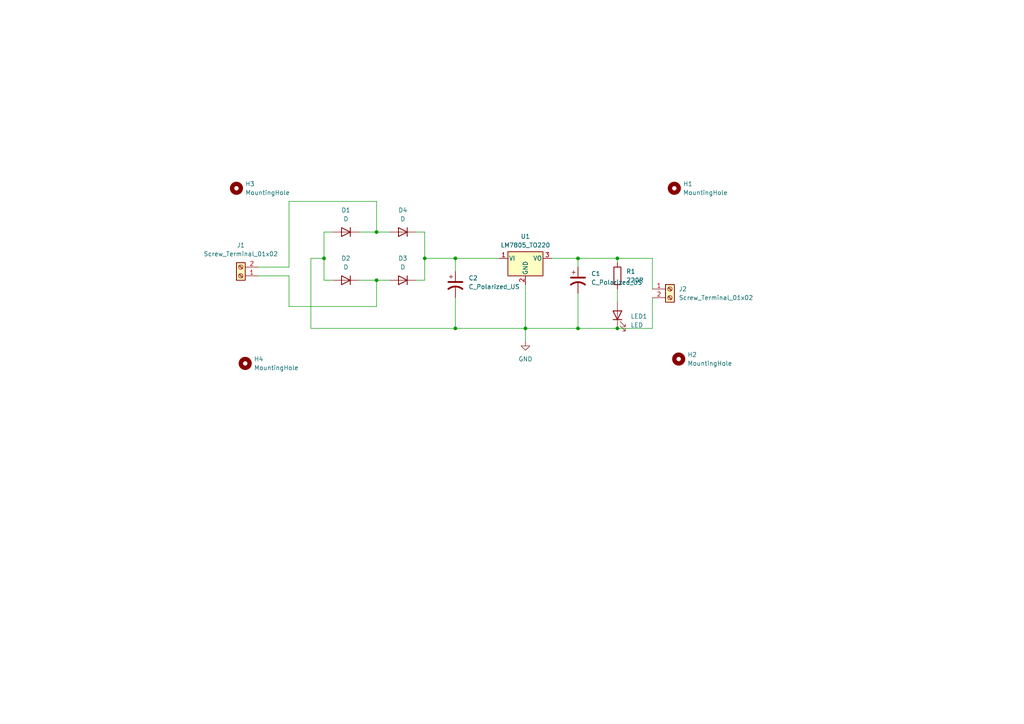
<source format=kicad_sch>
(kicad_sch (version 20231120) (generator "eeschema") (generator_version "8.0")
  (paper "A4")
  (title_block (title "Rectifier") (date "2024-12-20") (rev "V01") (comment 4 "Author: PUTSHU LUNGHE "))
  (lib_symbols
    (symbol "Connector:Screw_Terminal_01x02" (pin_names (offset 1.016) hide)
      (property "Reference" "J" (at 0 2.54 0))
      (property "Value" "Screw_Terminal_01x02" (at 0 -5.08 0))
      (symbol "Screw_Terminal_01x02_1_1"
        (rectangle (start -1.27 1.27) (end 1.27 -3.81) (stroke (width 0.254)) (fill (type background)))
        (circle (center 0 -2.54) (radius 0.635) (stroke (width 0.1524)))
        (polyline (pts (xy -0.5334 -2.2098) (xy 0.3302 -3.048)) (stroke (width 0.1524)))
        (polyline (pts (xy -0.5334 0.3302) (xy 0.3302 -0.508)) (stroke (width 0.1524)))
        (polyline (pts (xy -0.3556 -2.032) (xy 0.508 -2.8702)) (stroke (width 0.1524)))
        (polyline (pts (xy -0.3556 0.508) (xy 0.508 -0.3302)) (stroke (width 0.1524)))
        (circle (center 0 0) (radius 0.635) (stroke (width 0.1524)))
        (pin passive line (at -5.08 0 0) (length 3.81) (name "Pin_1") (number "1"))
        (pin passive line (at -5.08 -2.54 0) (length 3.81) (name "Pin_2") (number "2"))
      )
    )
    (symbol "Device:C_Polarized_US" (pin_numbers hide) (pin_names (offset 0.254) hide)
      (property "Reference" "C" (at 0.635 2.54 0))
      (property "Value" "C_Polarized_US" (at 0.635 -2.54 0))
      (symbol "C_Polarized_US_0_1"
        (polyline (pts (xy -2.032 0.762) (xy 2.032 0.762)) (stroke (width 0.508)))
        (polyline (pts (xy -1.778 2.286) (xy -0.762 2.286)))
        (polyline (pts (xy -1.27 1.778) (xy -1.27 2.794)))
        (arc (start 2.032 -1.27) (mid 0 -0.5572) (end -2.032 -1.27) (stroke (width 0.508)))
      )
      (symbol "C_Polarized_US_1_1"
        (pin passive line (at 0 3.81 270) (length 2.794) (name "~") (number "1"))
        (pin passive line (at 0 -3.81 90) (length 3.302) (name "~") (number "2"))
      )
    )
    (symbol "Device:D" (pin_numbers hide) (pin_names (offset 1.016) hide)
      (property "Reference" "D" (at 0 2.54 0))
      (property "Value" "D" (at 0 -2.54 0))
      (symbol "D_0_1"
        (polyline (pts (xy -1.27 1.27) (xy -1.27 -1.27)) (stroke (width 0.254)))
        (polyline (pts (xy 1.27 0) (xy -1.27 0)))
        (polyline (pts (xy 1.27 1.27) (xy 1.27 -1.27) (xy -1.27 0) (xy 1.27 1.27)) (stroke (width 0.254)))
      )
      (symbol "D_1_1"
        (pin passive line (at -3.81 0 0) (length 2.54) (name "K") (number "1"))
        (pin passive line (at 3.81 0 180) (length 2.54) (name "A") (number "2"))
      )
    )
    (symbol "Device:LED" (pin_numbers hide) (pin_names (offset 1.016) hide)
      (property "Reference" "D" (at 0 2.54 0))
      (property "Value" "LED" (at 0 -2.54 0))
      (symbol "LED_0_1"
        (polyline (pts (xy -1.27 -1.27) (xy -1.27 1.27)) (stroke (width 0.254)))
        (polyline (pts (xy -1.27 0) (xy 1.27 0)))
        (polyline (pts (xy 1.27 -1.27) (xy 1.27 1.27) (xy -1.27 0) (xy 1.27 -1.27)) (stroke (width 0.254)))
        (polyline (pts (xy -3.048 -0.762) (xy -4.572 -2.286) (xy -3.81 -2.286) (xy -4.572 -2.286) (xy -4.572 -1.524)))
        (polyline (pts (xy -1.778 -0.762) (xy -3.302 -2.286) (xy -2.54 -2.286) (xy -3.302 -2.286) (xy -3.302 -1.524)))
      )
      (symbol "LED_1_1"
        (pin passive line (at -3.81 0 0) (length 2.54) (name "K") (number "1"))
        (pin passive line (at 3.81 0 180) (length 2.54) (name "A") (number "2"))
      )
    )
    (symbol "Device:R" (pin_numbers hide) (pin_names (offset 0))
      (property "Reference" "R" (at 2.032 0 90))
      (property "Value" "R" (at 0 0 90))
      (symbol "R_0_1"
        (rectangle (start -1.016 -2.54) (end 1.016 2.54) (stroke (width 0.254)))
      )
      (symbol "R_1_1"
        (pin passive line (at 0 3.81 270) (length 1.27) (name "~") (number "1"))
        (pin passive line (at 0 -3.81 90) (length 1.27) (name "~") (number "2"))
      )
    )
    (symbol "Mechanical:MountingHole" (pin_names (offset 1.016)) (exclude_from_sim yes) (in_bom no)
      (property "Reference" "H" (at 0 5.08 0))
      (property "Value" "MountingHole" (at 0 3.175 0))
      (symbol "MountingHole_0_1"
        (circle (center 0 0) (radius 1.27) (stroke (width 1.27)))
      )
    )
    (symbol "Regulator_Linear:LM7805_TO220" (pin_names (offset 0.254))
      (property "Reference" "U" (at -3.81 3.175 0))
      (property "Value" "LM7805_TO220" (at 0 3.175 0))
      (symbol "LM7805_TO220_0_1"
        (rectangle (start -5.08 1.905) (end 5.08 -5.08) (stroke (width 0.254)) (fill (type background)))
      )
      (symbol "LM7805_TO220_1_1"
        (pin power_in line (at -7.62 0 0) (length 2.54) (name "VI") (number "1"))
        (pin power_in line (at 0 -7.62 90) (length 2.54) (name "GND") (number "2"))
        (pin power_out line (at 7.62 0 180) (length 2.54) (name "VO") (number "3"))
      )
    )
    (symbol "power:GND" (power) (pin_numbers hide) (pin_names (offset 0) hide)
      (property "Value" "GND" (at 0 -3.81 0))
      (symbol "GND_0_1"
        (polyline (pts (xy 0 0) (xy 0 -1.27) (xy 1.27 -1.27) (xy 0 -2.54) (xy -1.27 -1.27) (xy 0 -1.27)))
      )
      (symbol "GND_1_1"
        (pin power_in line (at 0 0 270) (length 0) (name "~") (number "1"))
      )
    )
  )
  (junction (at 167.64 74.93))
  (junction (at 123.19 74.93))
  (junction (at 167.64 95.25))
  (junction (at 179.07 95.25))
  (junction (at 132.08 95.25))
  (junction (at 109.22 81.28))
  (junction (at 132.08 74.93))
  (junction (at 109.22 67.31))
  (junction (at 179.07 74.93))
  (junction (at 152.4 95.25))
  (junction (at 93.98 74.93))
  (wire (pts (xy 132.08 78.74) (xy 132.08 74.93)))
  (wire (pts (xy 90.17 74.93) (xy 93.98 74.93)))
  (wire (pts (xy 167.64 74.93) (xy 179.07 74.93)))
  (wire (pts (xy 167.64 74.93) (xy 167.64 77.47)))
  (wire (pts (xy 189.23 74.93) (xy 179.07 74.93)))
  (wire (pts (xy 179.07 76.2) (xy 179.07 74.93)))
  (wire (pts (xy 109.22 81.28) (xy 113.03 81.28)))
  (wire (pts (xy 152.4 82.55) (xy 152.4 95.25)))
  (wire (pts (xy 160.02 74.93) (xy 167.64 74.93)))
  (wire (pts (xy 83.82 88.9) (xy 109.22 88.9)))
  (wire (pts (xy 74.93 80.01) (xy 83.82 80.01)))
  (wire (pts (xy 179.07 95.25) (xy 167.64 95.25)))
  (wire (pts (xy 189.23 95.25) (xy 179.07 95.25)))
  (wire (pts (xy 90.17 95.25) (xy 90.17 74.93)))
  (wire (pts (xy 109.22 88.9) (xy 109.22 81.28)))
  (wire (pts (xy 123.19 81.28) (xy 123.19 74.93)))
  (wire (pts (xy 189.23 86.36) (xy 189.23 95.25)))
  (wire (pts (xy 132.08 74.93) (xy 144.78 74.93)))
  (wire (pts (xy 93.98 74.93) (xy 93.98 67.31)))
  (wire (pts (xy 109.22 58.42) (xy 109.22 67.31)))
  (wire (pts (xy 104.14 67.31) (xy 109.22 67.31)))
  (wire (pts (xy 132.08 95.25) (xy 132.08 86.36)))
  (wire (pts (xy 83.82 58.42) (xy 109.22 58.42)))
  (wire (pts (xy 120.65 81.28) (xy 123.19 81.28)))
  (wire (pts (xy 104.14 81.28) (xy 109.22 81.28)))
  (wire (pts (xy 83.82 80.01) (xy 83.82 88.9)))
  (wire (pts (xy 83.82 77.47) (xy 83.82 58.42)))
  (wire (pts (xy 74.93 77.47) (xy 83.82 77.47)))
  (wire (pts (xy 123.19 67.31) (xy 120.65 67.31)))
  (wire (pts (xy 123.19 74.93) (xy 123.19 67.31)))
  (wire (pts (xy 123.19 74.93) (xy 132.08 74.93)))
  (wire (pts (xy 132.08 95.25) (xy 152.4 95.25)))
  (wire (pts (xy 109.22 67.31) (xy 113.03 67.31)))
  (wire (pts (xy 96.52 81.28) (xy 93.98 81.28)))
  (wire (pts (xy 93.98 81.28) (xy 93.98 74.93)))
  (wire (pts (xy 179.07 83.82) (xy 179.07 87.63)))
  (wire (pts (xy 189.23 83.82) (xy 189.23 74.93)))
  (wire (pts (xy 167.64 85.09) (xy 167.64 95.25)))
  (wire (pts (xy 167.64 95.25) (xy 152.4 95.25)))
  (wire (pts (xy 90.17 95.25) (xy 132.08 95.25)))
  (wire (pts (xy 152.4 95.25) (xy 152.4 99.06)))
  (wire (pts (xy 93.98 67.31) (xy 96.52 67.31)))
  (symbol (lib_id "Mechanical:MountingHole") (at 195.58 54.61 0) (unit 1) (exclude_from_sim yes) (in_bom no)
    (property "Reference" "H1" (at 198.12 53.3399 0) (effects (justify left)))
    (property "Value" "MountingHole" (at 198.12 55.8799 0) (effects (justify left)))
    (property "Footprint" "MountingHole:MountingHole_2.5mm" (effects (hide yes)))
    (property "Description" "Mounting Hole without connection" (effects (hide yes)))
  )
  (symbol (lib_id "Device:D") (at 116.84 81.28 180) (unit 1)
    (property "Reference" "D3" (at 116.84 74.93 0))
    (property "Value" "D" (at 116.84 77.47 0))
    (property "Footprint" "Diode_THT:D_A-405_P7.62mm_Horizontal" (effects (hide yes)))
    (property "Description" "Diode" (effects (hide yes)))
    (property "Sim.Device" "D" (effects (hide yes)))
    (property "Sim.Pins" "1=K 2=A" (effects (hide yes)))
  )
  (symbol (lib_id "Device:D") (at 100.33 67.31 180) (unit 1)
    (property "Reference" "D1" (at 100.33 60.96 0))
    (property "Value" "D" (at 100.33 63.5 0))
    (property "Footprint" "Diode_THT:D_A-405_P7.62mm_Horizontal" (effects (hide yes)))
    (property "Description" "Diode" (effects (hide yes)))
    (property "Sim.Device" "D" (effects (hide yes)))
    (property "Sim.Pins" "1=K 2=A" (effects (hide yes)))
  )
  (symbol (lib_id "Device:D") (at 100.33 81.28 180) (unit 1)
    (property "Reference" "D2" (at 100.33 74.93 0))
    (property "Value" "D" (at 100.33 77.47 0))
    (property "Footprint" "Diode_THT:D_A-405_P7.62mm_Horizontal" (effects (hide yes)))
    (property "Description" "Diode" (effects (hide yes)))
    (property "Sim.Device" "D" (effects (hide yes)))
    (property "Sim.Pins" "1=K 2=A" (effects (hide yes)))
  )
  (symbol (lib_id "Mechanical:MountingHole") (at 71.12 105.41 0) (unit 1) (exclude_from_sim yes) (in_bom no)
    (property "Reference" "H4" (at 73.66 104.1399 0) (effects (justify left)))
    (property "Value" "MountingHole" (at 73.66 106.6799 0) (effects (justify left)))
    (property "Footprint" "MountingHole:MountingHole_2.5mm" (effects (hide yes)))
    (property "Description" "Mounting Hole without connection" (effects (hide yes)))
  )
  (symbol (lib_id "Mechanical:MountingHole") (at 68.58 54.61 0) (unit 1) (exclude_from_sim yes) (in_bom no)
    (property "Reference" "H3" (at 71.12 53.3399 0) (effects (justify left)))
    (property "Value" "MountingHole" (at 71.12 55.8799 0) (effects (justify left)))
    (property "Footprint" "MountingHole:MountingHole_2.5mm" (effects (hide yes)))
    (property "Description" "Mounting Hole without connection" (effects (hide yes)))
  )
  (symbol (lib_id "Device:C_Polarized_US") (at 132.08 82.55 0) (unit 1)
    (property "Reference" "C2" (at 135.89 80.6449 0) (effects (justify left)))
    (property "Value" "C_Polarized_US" (at 135.89 83.1849 0) (effects (justify left)))
    (property "Footprint" "Capacitor_THT:CP_Radial_D5.0mm_P2.00mm" (effects (hide yes)))
    (property "Description" "Polarized capacitor, US symbol" (effects (hide yes)))
  )
  (symbol (lib_id "power:GND") (at 152.4 99.06 0) (unit 1)
    (property "Reference" "#PWR01" (effects (hide yes)))
    (property "Value" "GND" (at 152.4 104.14 0))
    (property "Description" "Power symbol creates a global label with name \"GND\" , ground" (effects (hide yes)))
  )
  (symbol (lib_id "Device:D") (at 116.84 67.31 180) (unit 1)
    (property "Reference" "D4" (at 116.84 60.96 0))
    (property "Value" "D" (at 116.84 63.5 0))
    (property "Footprint" "Diode_THT:D_A-405_P7.62mm_Horizontal" (effects (hide yes)))
    (property "Description" "Diode" (effects (hide yes)))
    (property "Sim.Device" "D" (effects (hide yes)))
    (property "Sim.Pins" "1=K 2=A" (effects (hide yes)))
  )
  (symbol (lib_id "Device:C_Polarized_US") (at 167.64 81.28 0) (unit 1)
    (property "Reference" "C1" (at 171.45 79.3749 0) (effects (justify left)))
    (property "Value" "C_Polarized_US" (at 171.45 81.9149 0) (effects (justify left)))
    (property "Footprint" "Capacitor_THT:CP_Radial_D5.0mm_P2.00mm" (effects (hide yes)))
    (property "Description" "Polarized capacitor, US symbol" (effects (hide yes)))
  )
  (symbol (lib_id "Connector:Screw_Terminal_01x02") (at 194.31 83.82 0) (unit 1)
    (property "Reference" "J2" (at 196.85 83.8199 0) (effects (justify left)))
    (property "Value" "Screw_Terminal_01x02" (at 196.85 86.3599 0) (effects (justify left)))
    (property "Footprint" "TerminalBlock_Phoenix:TerminalBlock_Phoenix_MKDS-1,5-2-5.08_1x02_P5.08mm_Horizontal" (effects (hide yes)))
    (property "Description" "Generic screw terminal, single row, 01x02, script generated (kicad-library-utils/schlib/autogen/connector/)" (effects (hide yes)))
  )
  (symbol (lib_id "Device:R") (at 179.07 80.01 180) (unit 1)
    (property "Reference" "R1" (at 181.61 78.7399 0) (effects (justify right)))
    (property "Value" "220R" (at 181.61 81.2799 0) (effects (justify right)))
    (property "Footprint" "Resistor_THT:R_Axial_DIN0204_L3.6mm_D1.6mm_P5.08mm_Horizontal" (effects (hide yes)))
    (property "Description" "Resistor" (effects (hide yes)))
  )
  (symbol (lib_id "Connector:Screw_Terminal_01x02") (at 69.85 80.01 180) (unit 1)
    (property "Reference" "J1" (at 69.85 71.12 0))
    (property "Value" "Screw_Terminal_01x02" (at 69.85 73.66 0))
    (property "Footprint" "TerminalBlock_Phoenix:TerminalBlock_Phoenix_MKDS-1,5-2-5.08_1x02_P5.08mm_Horizontal" (effects (hide yes)))
    (property "Description" "Generic screw terminal, single row, 01x02, script generated (kicad-library-utils/schlib/autogen/connector/)" (effects (hide yes)))
  )
  (symbol (lib_id "Mechanical:MountingHole") (at 196.85 104.14 0) (unit 1) (exclude_from_sim yes) (in_bom no)
    (property "Reference" "H2" (at 199.39 102.8699 0) (effects (justify left)))
    (property "Value" "MountingHole" (at 199.39 105.4099 0) (effects (justify left)))
    (property "Footprint" "MountingHole:MountingHole_2.5mm" (effects (hide yes)))
    (property "Description" "Mounting Hole without connection" (effects (hide yes)))
  )
  (symbol (lib_id "Device:LED") (at 179.07 91.44 90) (unit 1)
    (property "Reference" "LED1" (at 182.88 91.7574 90) (effects (justify right)))
    (property "Value" "LED" (at 182.88 94.2974 90) (effects (justify right)))
    (property "Footprint" "LED_THT:LED_D3.0mm" (effects (hide yes)))
    (property "Description" "Light emitting diode" (effects (hide yes)))
  )
  (symbol (lib_id "Regulator_Linear:LM7805_TO220") (at 152.4 74.93 0) (unit 1)
    (property "Reference" "U1" (at 152.4 68.58 0))
    (property "Value" "LM7805_TO220" (at 152.4 71.12 0))
    (property "Footprint" "Package_TO_SOT_THT:TO-220-3_Vertical" (effects (hide yes)))
    (property "Datasheet" "https://www.onsemi.cn/PowerSolutions/document/MC7800-D.PDF" (effects (hide yes)))
    (property "Description" "Positive 1A 35V Linear Regulator, Fixed Output 5V, TO-220" (effects (hide yes)))
  )
)
</source>
